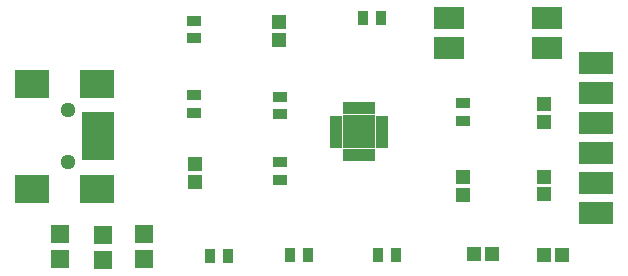
<source format=gts>
G04 #@! TF.FileFunction,Soldermask,Top*
%FSLAX46Y46*%
G04 Gerber Fmt 4.6, Leading zero omitted, Abs format (unit mm)*
G04 Created by KiCad (PCBNEW 4.0.0-rc1-stable) date 12/22/2015 11:03:48 PM*
%MOMM*%
G01*
G04 APERTURE LIST*
%ADD10C,0.100000*%
%ADD11R,2.701240X0.900380*%
%ADD12R,2.899360X2.398980*%
%ADD13C,1.299160*%
%ADD14R,0.900000X1.300000*%
%ADD15R,1.150000X1.200000*%
%ADD16R,1.200000X1.150000*%
%ADD17R,1.598880X1.598880*%
%ADD18R,2.940000X1.924000*%
%ADD19R,1.300000X0.900000*%
%ADD20R,1.130000X0.700000*%
%ADD21R,0.700000X1.130000*%
%ADD22R,1.650000X1.650000*%
%ADD23R,2.559000X1.924000*%
G04 APERTURE END LIST*
D10*
D11*
X108722160Y-112577880D03*
X108722160Y-113377980D03*
X108722160Y-114178080D03*
X108722160Y-114978180D03*
X108722160Y-115778280D03*
D12*
X108623100Y-109728000D03*
X103124000Y-109728000D03*
X108623100Y-118628160D03*
X103124000Y-118628160D03*
D13*
X106123740Y-111978440D03*
X106123740Y-116377720D03*
D14*
X119723600Y-124307600D03*
X118223600Y-124307600D03*
D15*
X146456400Y-119088600D03*
X146456400Y-117588600D03*
X124040900Y-106021000D03*
X124040900Y-104521000D03*
X139649200Y-119126700D03*
X139649200Y-117626700D03*
X146456400Y-112941800D03*
X146456400Y-111441800D03*
D16*
X146481800Y-124244100D03*
X147981800Y-124244100D03*
X140525500Y-124142500D03*
X142025500Y-124142500D03*
D15*
X116916200Y-116509800D03*
X116916200Y-118009800D03*
D17*
X112610900Y-122478800D03*
X112610900Y-124576840D03*
X109156500Y-122555000D03*
X109156500Y-124653040D03*
X105460800Y-124576840D03*
X105460800Y-122478800D03*
D18*
X150876000Y-107950000D03*
X150876000Y-110490000D03*
X150876000Y-113030000D03*
X150876000Y-115570000D03*
X150876000Y-118110000D03*
X150876000Y-120650000D03*
X150876000Y-107950000D03*
X150876000Y-110490000D03*
X150876000Y-113030000D03*
X150876000Y-115570000D03*
X150876000Y-118110000D03*
X150876000Y-120650000D03*
D14*
X132422200Y-124256800D03*
X133922200Y-124256800D03*
D19*
X139573000Y-112903700D03*
X139573000Y-111403700D03*
D14*
X124941900Y-124193300D03*
X126441900Y-124193300D03*
D19*
X116840000Y-112205200D03*
X116840000Y-110705200D03*
X116801900Y-104393300D03*
X116801900Y-105893300D03*
X124079000Y-117895500D03*
X124079000Y-116395500D03*
X124117100Y-110820200D03*
X124117100Y-112320200D03*
D14*
X131176900Y-104203500D03*
X132676900Y-104203500D03*
D20*
X128845000Y-112792000D03*
X128845000Y-113292000D03*
X128845000Y-113792000D03*
X128845000Y-114292000D03*
X128845000Y-114792000D03*
D21*
X129810000Y-115757000D03*
X130310000Y-115757000D03*
X130810000Y-115757000D03*
X131310000Y-115757000D03*
X131810000Y-115757000D03*
D20*
X132775000Y-114792000D03*
X132775000Y-114292000D03*
X132775000Y-113792000D03*
X132775000Y-113292000D03*
X132775000Y-112792000D03*
D21*
X131810000Y-111827000D03*
X131310000Y-111827000D03*
X130810000Y-111827000D03*
X130310000Y-111827000D03*
X129810000Y-111827000D03*
D22*
X131435000Y-114417000D03*
X131435000Y-113167000D03*
X130185000Y-114417000D03*
X130185000Y-113167000D03*
D23*
X146685000Y-106680000D03*
X146685000Y-104140000D03*
X138430000Y-104140000D03*
X138430000Y-106680000D03*
M02*

</source>
